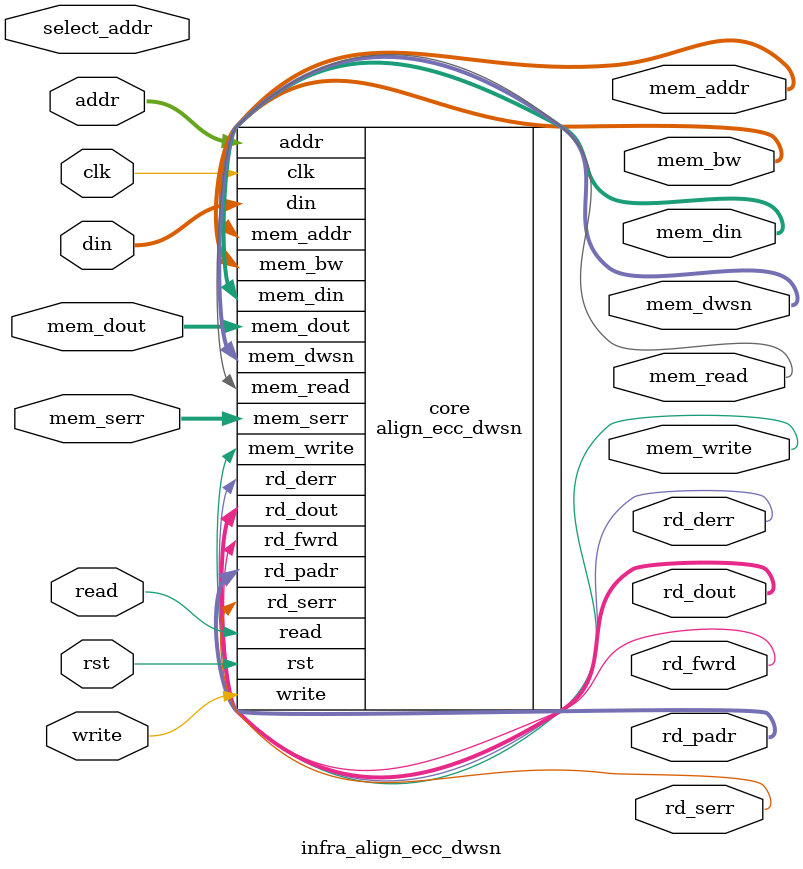
<source format=v>
module infra_align_ecc_dwsn (read, write, addr, din, rd_dout, rd_fwrd, rd_serr, rd_derr, rd_padr,
	                     mem_read, mem_write, mem_addr, mem_bw, mem_dwsn, mem_din, mem_dout, mem_serr,
		             clk, rst,
		             select_addr);

  parameter WIDTH = 32;
  parameter ENAEXT = 0;
  parameter ENAPAR = 0;
  parameter ENAECC = 0;
  parameter ECCWDTH = 7;
  parameter NUMADDR = 1024;
  parameter BITADDR = 10;
  parameter NUMWRDS = 4;
  parameter BITWRDS = 2;
  parameter NUMSROW = 256;
  parameter BITSROW = 8;
  parameter BITPADR = 10;
  parameter NUMDWS0 = 72;
  parameter NUMDWS1 = 72;
  parameter NUMDWS2 = 72;
  parameter NUMDWS3 = 72;
  parameter NUMDWS4 = 72;
  parameter NUMDWS5 = 72;
  parameter NUMDWS6 = 72;
  parameter NUMDWS7 = 72;
  parameter NUMDWS8 = 72;
  parameter NUMDWS9 = 72;
  parameter NUMDWS10 = 72;
  parameter NUMDWS11 = 72;
  parameter NUMDWS12 = 72;
  parameter NUMDWS13 = 72;
  parameter NUMDWS14 = 72;
  parameter NUMDWS15 = 72;
  parameter BITDWSN = 4;
  parameter SRAM_DELAY = 2;
  parameter FLOPGEN = 0;
  parameter FLOPCMD = 0;
  parameter FLOPMEM = 0;
  parameter FLOPOUT = 0;
  parameter RSTZERO = 0;

  parameter MEMWDTH = ENAEXT ? WIDTH : ENAPAR ? WIDTH+1 : ENAECC ? WIDTH+ECCWDTH : WIDTH;

  input read;
  input write;
  input [BITADDR-1:0] addr;
  input [WIDTH-1:0] din;
  output [WIDTH-1:0] rd_dout;
  output             rd_fwrd;
  output             rd_serr;
  output             rd_derr;
  output [BITPADR-1:0] rd_padr;

  output mem_read;
  output mem_write;
  output [BITSROW-1:0] mem_addr;
  output [NUMWRDS*MEMWDTH-1:0] mem_bw;
  output [BITDWSN-1:0] mem_dwsn;
  output [NUMWRDS*MEMWDTH-1:0] mem_din;
  input [NUMWRDS*MEMWDTH-1:0] mem_dout;
  input [NUMWRDS-1:0] mem_serr;

  input clk;
  input rst;

  input [BITADDR-1:0] select_addr;

  align_ecc_dwsn #(.WIDTH (WIDTH), .ENAEXT (ENAEXT), .ENAPAR (ENAPAR), .ENAECC (ENAECC), .ECCWDTH (ECCWDTH), .NUMADDR (NUMADDR), .BITADDR (BITADDR),
                   .NUMWRDS (NUMWRDS), .BITWRDS (BITWRDS), .NUMSROW (NUMSROW), .BITSROW (BITSROW), .BITPADR (BITPADR),
                   .NUMDWS0 (NUMDWS0), .NUMDWS1 (NUMDWS1), .NUMDWS2 (NUMDWS2), .NUMDWS3 (NUMDWS3),
                   .NUMDWS4 (NUMDWS4), .NUMDWS5 (NUMDWS5), .NUMDWS6 (NUMDWS6), .NUMDWS7 (NUMDWS7), 
 	           .NUMDWS8 (NUMDWS8), .NUMDWS9 (NUMDWS9), .NUMDWS10 (NUMDWS10), .NUMDWS11 (NUMDWS11),
                   .NUMDWS12 (NUMDWS12), .NUMDWS13 (NUMDWS13), .NUMDWS14 (NUMDWS14), .NUMDWS15 (NUMDWS15),
                   .BITDWSN (BITDWSN), .SRAM_DELAY (SRAM_DELAY), .FLOPGEN (FLOPGEN), .FLOPCMD (FLOPCMD), .FLOPMEM (FLOPMEM), .FLOPOUT (FLOPOUT))
    core (.read (read), .write (write), .addr (addr), .din (din),
          .rd_dout (rd_dout), .rd_fwrd (rd_fwrd), .rd_serr (rd_serr), .rd_derr (rd_derr), .rd_padr (rd_padr),
          .mem_read (mem_read), .mem_write (mem_write), .mem_addr (mem_addr),
          .mem_bw (mem_bw), .mem_dwsn (mem_dwsn), .mem_din (mem_din), .mem_dout (mem_dout), .mem_serr (mem_serr),
          .clk (clk), .rst (rst));

`ifdef FORMAL
assume_select_addr_range: assume property (@(posedge clk) disable iff (rst) (select_addr < NUMADDR));
assume_select_addr_stable: assume property (@(posedge clk) disable iff (rst) $stable(select_addr));

ip_top_sva_align_ecc_dwsn #(
     .WIDTH       (WIDTH),
     .ENAEXT      (ENAEXT),
     .ENAPAR      (ENAPAR),
     .ENAECC      (ENAECC),
     .ECCWDTH     (ECCWDTH),
     .NUMADDR     (NUMADDR),
     .BITADDR     (BITADDR),
     .NUMWRDS     (NUMWRDS),
     .BITWRDS     (BITWRDS),
     .NUMSROW     (NUMSROW),
     .BITSROW     (BITSROW),
     .SRAM_DELAY  (SRAM_DELAY),
     .FLOPGEN     (FLOPGEN),
     .FLOPCMD     (FLOPCMD),
     .FLOPMEM     (FLOPMEM),
     .FLOPOUT     (FLOPOUT),
     .RSTZERO     (RSTZERO))
ip_top_sva (.*);

ip_top_sva_2_align_ecc_dwsn #(
     .NUMADDR     (NUMADDR),
     .BITADDR     (BITADDR),
     .NUMSROW     (NUMSROW),
     .BITSROW     (BITSROW))
ip_top_sva_2 (.*);

`elsif SIM_SVA

genvar sva_int;
// generate for (sva_int=0; sva_int<WIDTH; sva_int=sva_int+1) begin
generate for (sva_int=0; sva_int<1; sva_int=sva_int+1) begin: sva_loop
  wire [BITADDR-1:0] help_addr = sva_int;
ip_top_sva_align_ecc_dwsn #(
     .WIDTH       (WIDTH),
     .ENAEXT      (ENAEXT),
     .ENAPAR      (ENAPAR),
     .ENAECC      (ENAECC),
     .ECCWDTH     (ECCWDTH),
     .NUMADDR     (NUMADDR),
     .BITADDR     (BITADDR),
     .NUMWRDS     (NUMWRDS),
     .BITWRDS     (BITWRDS),
     .NUMSROW     (NUMSROW),
     .BITSROW     (BITSROW),
     .SRAM_DELAY  (SRAM_DELAY),
     .FLOPGEN     (FLOPGEN),
     .FLOPCMD     (FLOPCMD),
     .FLOPMEM     (FLOPMEM),
     .FLOPOUT     (FLOPOUT),
     .RSTZERO     (RSTZERO))
ip_top_sva (.select_addr(help_addr), .*);
end
endgenerate

ip_top_sva_2_align_ecc_dwsn #(
     .NUMADDR     (NUMADDR),
     .BITADDR     (BITADDR),
     .NUMSROW     (NUMSROW),
     .BITSROW     (BITSROW))
ip_top_sva_2 (.*);

`endif

endmodule

</source>
